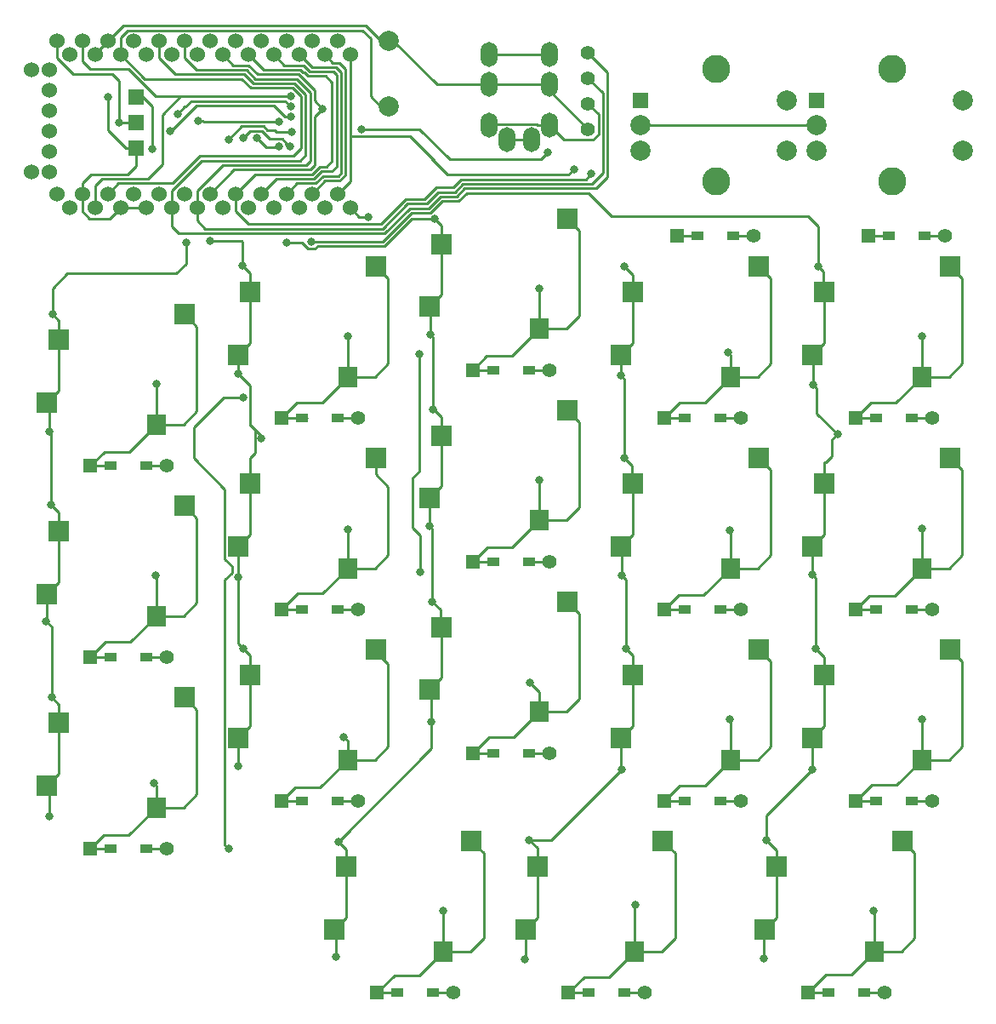
<source format=gbr>
G04 #@! TF.GenerationSoftware,KiCad,Pcbnew,(5.1.6-0-10_14)*
G04 #@! TF.CreationDate,2022-08-07T23:17:33+09:00*
G04 #@! TF.ProjectId,cool536,636f6f6c-3533-4362-9e6b-696361645f70,rev?*
G04 #@! TF.SameCoordinates,Original*
G04 #@! TF.FileFunction,Copper,L2,Bot*
G04 #@! TF.FilePolarity,Positive*
%FSLAX46Y46*%
G04 Gerber Fmt 4.6, Leading zero omitted, Abs format (unit mm)*
G04 Created by KiCad (PCBNEW (5.1.6-0-10_14)) date 2022-08-07 23:17:33*
%MOMM*%
%LPD*%
G01*
G04 APERTURE LIST*
G04 #@! TA.AperFunction,WasherPad*
%ADD10C,1.524000*%
G04 #@! TD*
G04 #@! TA.AperFunction,SMDPad,CuDef*
%ADD11R,2.000000X2.000000*%
G04 #@! TD*
G04 #@! TA.AperFunction,SMDPad,CuDef*
%ADD12R,1.900000X2.000000*%
G04 #@! TD*
G04 #@! TA.AperFunction,ComponentPad*
%ADD13C,2.000000*%
G04 #@! TD*
G04 #@! TA.AperFunction,SMDPad,CuDef*
%ADD14R,1.300000X0.950000*%
G04 #@! TD*
G04 #@! TA.AperFunction,ComponentPad*
%ADD15C,1.397000*%
G04 #@! TD*
G04 #@! TA.AperFunction,ComponentPad*
%ADD16R,1.397000X1.397000*%
G04 #@! TD*
G04 #@! TA.AperFunction,ComponentPad*
%ADD17O,1.700000X2.500000*%
G04 #@! TD*
G04 #@! TA.AperFunction,ComponentPad*
%ADD18R,1.500000X1.500000*%
G04 #@! TD*
G04 #@! TA.AperFunction,ComponentPad*
%ADD19C,2.800000*%
G04 #@! TD*
G04 #@! TA.AperFunction,SMDPad,CuDef*
%ADD20R,1.524000X1.524000*%
G04 #@! TD*
G04 #@! TA.AperFunction,ComponentPad*
%ADD21C,1.524000*%
G04 #@! TD*
G04 #@! TA.AperFunction,ViaPad*
%ADD22C,0.800000*%
G04 #@! TD*
G04 #@! TA.AperFunction,Conductor*
%ADD23C,0.250000*%
G04 #@! TD*
G04 APERTURE END LIST*
D10*
X39906800Y-38910000D03*
X39906800Y-49070000D03*
X41710000Y-38910000D03*
X41710000Y-40942000D03*
X41710000Y-42974000D03*
X41710000Y-45006000D03*
X41710000Y-47038000D03*
X41710000Y-49070000D03*
D11*
X93250000Y-91790000D03*
X80750000Y-94330000D03*
D12*
X90450000Y-102770000D03*
D11*
X79550000Y-100570000D03*
X41450000Y-91045000D03*
D12*
X52350000Y-93245000D03*
D11*
X42650000Y-84805000D03*
X55150000Y-82265000D03*
X74200000Y-77502500D03*
X61700000Y-80042500D03*
D12*
X71400000Y-88482500D03*
D11*
X60500000Y-86282500D03*
D13*
X75460000Y-36040000D03*
X75460000Y-42540000D03*
D14*
X70375000Y-73532499D03*
D15*
X72410000Y-73532499D03*
D16*
X64790000Y-73532499D03*
D14*
X66825000Y-73532499D03*
D17*
X87250000Y-45870000D03*
X91450000Y-44370000D03*
X91450000Y-40370000D03*
X91450000Y-37370000D03*
X85500000Y-40370000D03*
X85500000Y-37370000D03*
X89700000Y-45870000D03*
X85500000Y-44370000D03*
D11*
X112300000Y-77502500D03*
X99800000Y-80042500D03*
D12*
X109500000Y-88482500D03*
D11*
X98600000Y-86282500D03*
X89075000Y-124382500D03*
D12*
X99975000Y-126582500D03*
D11*
X90275000Y-118142500D03*
X102775000Y-115602500D03*
X70025000Y-124382500D03*
D12*
X80925000Y-126582500D03*
D11*
X71225000Y-118142500D03*
X83725000Y-115602500D03*
X131350000Y-96552500D03*
X118850000Y-99092500D03*
D12*
X128550000Y-107532500D03*
D11*
X117650000Y-105332500D03*
X131350000Y-58452499D03*
X118850000Y-60992499D03*
D12*
X128550000Y-69432499D03*
D11*
X117650000Y-67232499D03*
X60500000Y-105332500D03*
D12*
X71400000Y-107532500D03*
D11*
X61700000Y-99092500D03*
X74200000Y-96552500D03*
X112300000Y-96552500D03*
X99800000Y-99092500D03*
D12*
X109500000Y-107532500D03*
D11*
X98600000Y-105332500D03*
X131350000Y-77502500D03*
X118850000Y-80042500D03*
D12*
X128550000Y-88482500D03*
D11*
X117650000Y-86282500D03*
X55150000Y-101315000D03*
X42650000Y-103855000D03*
D12*
X52350000Y-112295000D03*
D11*
X41450000Y-110095000D03*
X93250000Y-72740000D03*
X80750000Y-75280000D03*
D12*
X90450000Y-83720000D03*
D11*
X79550000Y-81520000D03*
D14*
X108475000Y-92582500D03*
D15*
X110510000Y-92582500D03*
D16*
X102890000Y-92582500D03*
D14*
X104925000Y-92582500D03*
X127525000Y-92582500D03*
D15*
X129560000Y-92582500D03*
D16*
X121940000Y-92582500D03*
D14*
X123975000Y-92582500D03*
X98950000Y-130682500D03*
D15*
X100985000Y-130682500D03*
D16*
X93365000Y-130682500D03*
D14*
X95400000Y-130682500D03*
X122763000Y-130682500D03*
D15*
X124798000Y-130682500D03*
D16*
X117178000Y-130682500D03*
D14*
X119213000Y-130682500D03*
D15*
X111830000Y-55420000D03*
D16*
X104210000Y-55420000D03*
D14*
X106245000Y-55420000D03*
X109795000Y-55420000D03*
D15*
X130870000Y-55400000D03*
D16*
X123250000Y-55400000D03*
D14*
X125285000Y-55400000D03*
X128835000Y-55400000D03*
D18*
X118090000Y-41910000D03*
D13*
X118090000Y-44410000D03*
X118090000Y-46910000D03*
D19*
X125590000Y-38810000D03*
X125590000Y-50010000D03*
D13*
X132590000Y-41910000D03*
X132590000Y-46910000D03*
D18*
X100560000Y-41910000D03*
D13*
X100560000Y-44410000D03*
X100560000Y-46910000D03*
D19*
X108060000Y-38810000D03*
X108060000Y-50010000D03*
D13*
X115060000Y-41910000D03*
X115060000Y-46910000D03*
D14*
X51325000Y-116395000D03*
D15*
X53360000Y-116395000D03*
D16*
X45740000Y-116395000D03*
D14*
X47775000Y-116395000D03*
D20*
X50300000Y-46680000D03*
X50300000Y-44140000D03*
X50300000Y-41600000D03*
D14*
X89425000Y-68770000D03*
D15*
X91460000Y-68770000D03*
D16*
X83840000Y-68770000D03*
D14*
X85875000Y-68770000D03*
X108475000Y-73532499D03*
D15*
X110510000Y-73532499D03*
D16*
X102890000Y-73532499D03*
D14*
X104925000Y-73532499D03*
X51325000Y-97345000D03*
D15*
X53360000Y-97345000D03*
D16*
X45740000Y-97345000D03*
D14*
X47775000Y-97345000D03*
X127525000Y-73532499D03*
D15*
X129560000Y-73532499D03*
D16*
X121940000Y-73532499D03*
D14*
X123975000Y-73532499D03*
X89425000Y-87820000D03*
D15*
X91460000Y-87820000D03*
D16*
X83840000Y-87820000D03*
D14*
X85875000Y-87820000D03*
X70375000Y-92582500D03*
D15*
X72410000Y-92582500D03*
D16*
X64790000Y-92582500D03*
D14*
X66825000Y-92582500D03*
X70375000Y-111632500D03*
D15*
X72410000Y-111632500D03*
D16*
X64790000Y-111632500D03*
D14*
X66825000Y-111632500D03*
X89425000Y-106870000D03*
D15*
X91460000Y-106870000D03*
D16*
X83840000Y-106870000D03*
D14*
X85875000Y-106870000D03*
X108475000Y-111632500D03*
D15*
X110510000Y-111632500D03*
D16*
X102890000Y-111632500D03*
D14*
X104925000Y-111632500D03*
X127525000Y-111632500D03*
D15*
X129560000Y-111632500D03*
D16*
X121940000Y-111632500D03*
D14*
X123975000Y-111632500D03*
X79900000Y-130682500D03*
D15*
X81935000Y-130682500D03*
D16*
X74315000Y-130682500D03*
D14*
X76350000Y-130682500D03*
D15*
X95330000Y-44820000D03*
X95330000Y-42280000D03*
X95330000Y-39740000D03*
X95330000Y-37200000D03*
D21*
X43692000Y-37360000D03*
X46232000Y-37360000D03*
X48772000Y-37360000D03*
X51312000Y-37360000D03*
X53852000Y-37360000D03*
X56392000Y-37360000D03*
X58932000Y-37360000D03*
X61472000Y-37360000D03*
X64012000Y-37360000D03*
X66552000Y-37360000D03*
X69092000Y-37360000D03*
X71632000Y-37360000D03*
X71632000Y-52600000D03*
X69092000Y-52600000D03*
X66552000Y-52600000D03*
X64012000Y-52600000D03*
X61472000Y-52600000D03*
X58932000Y-52600000D03*
X56392000Y-52600000D03*
X53852000Y-52600000D03*
X51312000Y-52600000D03*
X48772000Y-52600000D03*
X46232000Y-52600000D03*
X43692000Y-52600000D03*
X42422000Y-36053600D03*
X44962000Y-36053600D03*
X47502000Y-36053600D03*
X50042000Y-36053600D03*
X52582000Y-36053600D03*
X55122000Y-36053600D03*
X57662000Y-36053600D03*
X60202000Y-36053600D03*
X62742000Y-36053600D03*
X65282000Y-36053600D03*
X67822000Y-36053600D03*
X70362000Y-36053600D03*
X70362000Y-51273600D03*
X67822000Y-51273600D03*
X65282000Y-51273600D03*
X62742000Y-51273600D03*
X60202000Y-51273600D03*
X57662000Y-51273600D03*
X55122000Y-51273600D03*
X52582000Y-51273600D03*
X50042000Y-51273600D03*
X47502000Y-51273600D03*
X44962000Y-51273600D03*
X42422000Y-51273600D03*
D14*
X51325000Y-78295000D03*
D15*
X53360000Y-78295000D03*
D16*
X45740000Y-78295000D03*
D14*
X47775000Y-78295000D03*
D11*
X126588000Y-115602500D03*
X114088000Y-118142500D03*
D12*
X123788000Y-126582500D03*
D11*
X112888000Y-124382500D03*
X60500000Y-67232499D03*
D12*
X71400000Y-69432499D03*
D11*
X61700000Y-60992499D03*
X74200000Y-58452499D03*
X79550000Y-62470000D03*
D12*
X90450000Y-64670000D03*
D11*
X80750000Y-56230000D03*
X93250000Y-53690000D03*
X98600000Y-67232499D03*
D12*
X109500000Y-69432499D03*
D11*
X99800000Y-60992499D03*
X112300000Y-58452499D03*
X41450000Y-71995000D03*
D12*
X52350000Y-74195000D03*
D11*
X42650000Y-65755000D03*
X55150000Y-63215000D03*
D22*
X52350001Y-70169999D03*
X71387498Y-65407498D03*
X90475001Y-60644999D03*
X109240000Y-67020000D03*
X128577498Y-65407498D03*
X52309999Y-89219999D03*
X71400000Y-84650000D03*
X90474999Y-79694999D03*
X109425000Y-84695000D03*
X128550000Y-84490000D03*
X52101999Y-109841999D03*
X70995749Y-105235749D03*
X89515000Y-99815000D03*
X109467499Y-103507499D03*
X128527499Y-103507499D03*
X80917499Y-122557499D03*
X99987501Y-121957501D03*
X123767499Y-122557499D03*
X73450000Y-53534990D03*
X78643501Y-88843501D03*
X78500000Y-67200000D03*
X60970000Y-71460000D03*
X59525000Y-116395000D03*
X95667158Y-49202842D03*
X53700000Y-44970000D03*
X65700102Y-43535359D03*
X51940000Y-46730000D03*
X47520000Y-41600000D03*
X65745552Y-41536497D03*
X48600000Y-44170000D03*
X64520000Y-44020000D03*
X72770000Y-44780000D03*
X91280000Y-47094980D03*
X56490000Y-43990000D03*
X65835858Y-45054142D03*
X59590000Y-45800000D03*
X54470000Y-43266990D03*
X41940000Y-101330000D03*
X41700000Y-74880000D03*
X55300000Y-56060000D03*
X41390000Y-93730000D03*
X41900000Y-82150000D03*
X65697833Y-42535360D03*
X42000000Y-63210000D03*
X41730000Y-113190000D03*
X65630000Y-46540000D03*
X60990000Y-45695000D03*
X64520000Y-46500000D03*
X62380000Y-45695000D03*
X68910000Y-42780000D03*
X60510000Y-89360000D03*
X60980000Y-96430000D03*
X60950000Y-58380000D03*
X60510000Y-108180000D03*
X57710000Y-55885010D03*
X60490000Y-69080000D03*
X62780000Y-75530000D03*
X70220000Y-127080000D03*
X79550000Y-84250000D03*
X79810000Y-91790000D03*
X79700000Y-103740000D03*
X65280000Y-56100000D03*
X80070000Y-53740000D03*
X70450000Y-115660000D03*
X79610000Y-65240000D03*
X79910000Y-72670000D03*
X117750000Y-70210000D03*
X67790000Y-55960000D03*
X117620000Y-89120000D03*
X113070000Y-115480000D03*
X112830000Y-127280000D03*
X117670000Y-108450000D03*
X118262499Y-58452499D03*
X117960000Y-96450000D03*
X120140000Y-75100000D03*
X93905000Y-48815000D03*
X89470000Y-115510000D03*
X99100000Y-96470000D03*
X98710000Y-89200000D03*
X98952500Y-77502500D03*
X98640000Y-108520000D03*
X98900000Y-58420000D03*
X98590000Y-69330000D03*
X89050000Y-127360000D03*
D23*
X55051002Y-74195000D02*
X56375001Y-72871001D01*
X52350000Y-74195000D02*
X55051002Y-74195000D01*
X56375001Y-72871001D02*
X56375001Y-64440001D01*
X52350000Y-74195000D02*
X49665000Y-76880000D01*
X47155000Y-76880000D02*
X45740000Y-78295000D01*
X49665000Y-76880000D02*
X47155000Y-76880000D01*
X45740000Y-78295000D02*
X47775000Y-78295000D01*
X52350001Y-72944999D02*
X52350001Y-70169999D01*
X52350000Y-74195000D02*
X52350001Y-72944999D01*
X56375001Y-64440001D02*
X55150000Y-63215000D01*
X71400000Y-69432499D02*
X68862499Y-71970000D01*
X68862499Y-71970000D02*
X66352499Y-71970000D01*
X66352499Y-71970000D02*
X64790000Y-73532499D01*
X64790000Y-73532499D02*
X67337501Y-73532499D01*
X74200000Y-58452499D02*
X75425001Y-59677500D01*
X75425001Y-59677500D02*
X75425001Y-68108500D01*
X74101002Y-69432499D02*
X71400000Y-69432499D01*
X75425001Y-68108500D02*
X74101002Y-69432499D01*
X71400000Y-69432499D02*
X71400000Y-65420000D01*
X71400000Y-65420000D02*
X71387498Y-65407498D01*
X94475001Y-63346001D02*
X93151002Y-64670000D01*
X94475001Y-54915001D02*
X94475001Y-63346001D01*
X93250000Y-53690000D02*
X94475001Y-54915001D01*
X93151002Y-64670000D02*
X90450000Y-64670000D01*
X90450000Y-60670000D02*
X90475001Y-60644999D01*
X90450000Y-64670000D02*
X90450000Y-60670000D01*
X87760000Y-67360000D02*
X85250000Y-67360000D01*
X85250000Y-67360000D02*
X83840000Y-68770000D01*
X90450000Y-64670000D02*
X87760000Y-67360000D01*
X83840000Y-68770000D02*
X85875000Y-68770000D01*
X104432499Y-71990000D02*
X102890000Y-73532499D01*
X102890000Y-73532499D02*
X104925000Y-73532499D01*
X106942499Y-71990000D02*
X104432499Y-71990000D01*
X109500000Y-69432499D02*
X106942499Y-71990000D01*
X113525001Y-59677500D02*
X113525001Y-68108500D01*
X112300000Y-58452499D02*
X113525001Y-59677500D01*
X113525001Y-68108500D02*
X112201002Y-69432499D01*
X112201002Y-69432499D02*
X109500000Y-69432499D01*
X109500000Y-67280000D02*
X109240000Y-67020000D01*
X109500000Y-69432499D02*
X109500000Y-67280000D01*
X128550000Y-65434996D02*
X128577498Y-65407498D01*
X128550000Y-69432499D02*
X128550000Y-65434996D01*
X131350000Y-58452499D02*
X132575001Y-59677500D01*
X131251002Y-69432499D02*
X128550000Y-69432499D01*
X132575001Y-59677500D02*
X132575001Y-68108500D01*
X121940000Y-73532499D02*
X123975000Y-73532499D01*
X132575001Y-68108500D02*
X131251002Y-69432499D01*
X123462499Y-72010000D02*
X121940000Y-73532499D01*
X128550000Y-69432499D02*
X125972499Y-72010000D01*
X125972499Y-72010000D02*
X123462499Y-72010000D01*
X55051002Y-93245000D02*
X52350000Y-93245000D01*
X56375001Y-91921001D02*
X55051002Y-93245000D01*
X52350000Y-89260000D02*
X52309999Y-89219999D01*
X45740000Y-97345000D02*
X47775000Y-97345000D01*
X47265000Y-95820000D02*
X45740000Y-97345000D01*
X49775000Y-95820000D02*
X47265000Y-95820000D01*
X52350000Y-93245000D02*
X49775000Y-95820000D01*
X56375001Y-83490001D02*
X56375001Y-91921001D01*
X55150000Y-82265000D02*
X56375001Y-83490001D01*
X52350000Y-93245000D02*
X52350000Y-89260000D01*
X64790000Y-92582500D02*
X66825000Y-92582500D01*
X71400000Y-88482500D02*
X71400000Y-84650000D01*
X68902500Y-90980000D02*
X66392500Y-90980000D01*
X66392500Y-90980000D02*
X64790000Y-92582500D01*
X74200000Y-77502500D02*
X74200000Y-79131498D01*
X74101002Y-88482500D02*
X71400000Y-88482500D01*
X74200000Y-79131498D02*
X75425001Y-80356499D01*
X75425001Y-80356499D02*
X75425001Y-87158501D01*
X75425001Y-87158501D02*
X74101002Y-88482500D01*
X71400000Y-88482500D02*
X68902500Y-90980000D01*
X83840000Y-87820000D02*
X85875000Y-87820000D01*
X85270000Y-86390000D02*
X83840000Y-87820000D01*
X87780000Y-86390000D02*
X85270000Y-86390000D01*
X93250000Y-72740000D02*
X94425001Y-73915001D01*
X94425001Y-73915001D02*
X94425001Y-78704999D01*
X94475001Y-78754999D02*
X94475001Y-82396001D01*
X94425001Y-78704999D02*
X94475001Y-78754999D01*
X94475001Y-82396001D02*
X93151002Y-83720000D01*
X93151002Y-83720000D02*
X90450000Y-83720000D01*
X90450000Y-83720000D02*
X87780000Y-86390000D01*
X90450000Y-83720000D02*
X90450000Y-79719998D01*
X90450000Y-79719998D02*
X90474999Y-79694999D01*
X109500000Y-84770000D02*
X109425000Y-84695000D01*
X106842500Y-91140000D02*
X104332500Y-91140000D01*
X104332500Y-91140000D02*
X102890000Y-92582500D01*
X113525001Y-87158501D02*
X112201002Y-88482500D01*
X112300000Y-77502500D02*
X113525001Y-78727501D01*
X113525001Y-78727501D02*
X113525001Y-87158501D01*
X112201002Y-88482500D02*
X109500000Y-88482500D01*
X102890000Y-92582500D02*
X104925000Y-92582500D01*
X109500000Y-88482500D02*
X106842500Y-91140000D01*
X109500000Y-88482500D02*
X109500000Y-84770000D01*
X128550000Y-88482500D02*
X125842500Y-91190000D01*
X121940000Y-92582500D02*
X123975000Y-92582500D01*
X125842500Y-91190000D02*
X123332500Y-91190000D01*
X123332500Y-91190000D02*
X121940000Y-92582500D01*
X132575001Y-87158501D02*
X131251002Y-88482500D01*
X132575001Y-78727501D02*
X132575001Y-87158501D01*
X131350000Y-77502500D02*
X132575001Y-78727501D01*
X131251002Y-88482500D02*
X128550000Y-88482500D01*
X128550000Y-88482500D02*
X128550000Y-84490000D01*
X49595000Y-115050000D02*
X47085000Y-115050000D01*
X47085000Y-115050000D02*
X45740000Y-116395000D01*
X52350000Y-110090000D02*
X52101999Y-109841999D01*
X52350000Y-112295000D02*
X52350000Y-110090000D01*
X45740000Y-116395000D02*
X47775000Y-116395000D01*
X52350000Y-112295000D02*
X49595000Y-115050000D01*
X55150000Y-101315000D02*
X56375001Y-102540001D01*
X56375001Y-102540001D02*
X56375001Y-110971001D01*
X56375001Y-110971001D02*
X55051002Y-112295000D01*
X55051002Y-112295000D02*
X52350000Y-112295000D01*
X66132500Y-110290000D02*
X64790000Y-111632500D01*
X68642500Y-110290000D02*
X66132500Y-110290000D01*
X71400000Y-107532500D02*
X68642500Y-110290000D01*
X74101002Y-107532500D02*
X71400000Y-107532500D01*
X74200000Y-96790000D02*
X75425001Y-98015001D01*
X75425001Y-98015001D02*
X75425001Y-106208501D01*
X75425001Y-106208501D02*
X74101002Y-107532500D01*
X74200000Y-96552500D02*
X74200000Y-96790000D01*
X64790000Y-111632500D02*
X66825000Y-111632500D01*
X71400000Y-107532500D02*
X71400000Y-105640000D01*
X71400000Y-105640000D02*
X70995749Y-105235749D01*
X90450000Y-100750000D02*
X89515000Y-99815000D01*
X90450000Y-102770000D02*
X90450000Y-100750000D01*
X83840000Y-106870000D02*
X85875000Y-106870000D01*
X87960000Y-105260000D02*
X85450000Y-105260000D01*
X94475001Y-101446001D02*
X93151002Y-102770000D01*
X93151002Y-102770000D02*
X90450000Y-102770000D01*
X93250000Y-91790000D02*
X94475001Y-93015001D01*
X94475001Y-93015001D02*
X94475001Y-101446001D01*
X85450000Y-105260000D02*
X83840000Y-106870000D01*
X90450000Y-102770000D02*
X87960000Y-105260000D01*
X109500000Y-107532500D02*
X109500000Y-103540000D01*
X109500000Y-103540000D02*
X109467499Y-103507499D01*
X102890000Y-111632500D02*
X104925000Y-111632500D01*
X109500000Y-107532500D02*
X106972500Y-110060000D01*
X112201002Y-107532500D02*
X109500000Y-107532500D01*
X112300000Y-96552500D02*
X113525001Y-97777501D01*
X113525001Y-106208501D02*
X112201002Y-107532500D01*
X113525001Y-97777501D02*
X113525001Y-106208501D01*
X104462500Y-110060000D02*
X102890000Y-111632500D01*
X106972500Y-110060000D02*
X104462500Y-110060000D01*
X128550000Y-107532500D02*
X128550000Y-103530000D01*
X128550000Y-103530000D02*
X128527499Y-103507499D01*
X128550000Y-107532500D02*
X126042500Y-110040000D01*
X121940000Y-111632500D02*
X123975000Y-111632500D01*
X123532500Y-110040000D02*
X121940000Y-111632500D01*
X132575001Y-97777501D02*
X132575001Y-106208501D01*
X132575001Y-106208501D02*
X131251002Y-107532500D01*
X126042500Y-110040000D02*
X123532500Y-110040000D01*
X131350000Y-96552500D02*
X132575001Y-97777501D01*
X131251002Y-107532500D02*
X128550000Y-107532500D01*
X80925000Y-126582500D02*
X80925000Y-122565000D01*
X80925000Y-122565000D02*
X80917499Y-122557499D01*
X76037500Y-128960000D02*
X74315000Y-130682500D01*
X80925000Y-126582500D02*
X78547500Y-128960000D01*
X78547500Y-128960000D02*
X76037500Y-128960000D01*
X83725000Y-115602500D02*
X84950001Y-116827501D01*
X83626002Y-126582500D02*
X80925000Y-126582500D01*
X84950001Y-125258501D02*
X83626002Y-126582500D01*
X84950001Y-116827501D02*
X84950001Y-125258501D01*
X74315000Y-130682500D02*
X76350000Y-130682500D01*
X93365000Y-130682500D02*
X95400000Y-130682500D01*
X99975000Y-121970002D02*
X99987501Y-121957501D01*
X99975000Y-126582500D02*
X99975000Y-121970002D01*
X94907500Y-129140000D02*
X93365000Y-130682500D01*
X99975000Y-126582500D02*
X97417500Y-129140000D01*
X97417500Y-129140000D02*
X94907500Y-129140000D01*
X102676002Y-126582500D02*
X99975000Y-126582500D01*
X104000001Y-116827501D02*
X104000001Y-125258501D01*
X104000001Y-125258501D02*
X102676002Y-126582500D01*
X102775000Y-115602500D02*
X104000001Y-116827501D01*
X127813001Y-116827501D02*
X127813001Y-125258501D01*
X127813001Y-125258501D02*
X126489002Y-126582500D01*
X126588000Y-115602500D02*
X127813001Y-116827501D01*
X126489002Y-126582500D02*
X123788000Y-126582500D01*
X123788000Y-122578000D02*
X123767499Y-122557499D01*
X123788000Y-126582500D02*
X123788000Y-122578000D01*
X121510500Y-128860000D02*
X119000500Y-128860000D01*
X119000500Y-128860000D02*
X117178000Y-130682500D01*
X117178000Y-130682500D02*
X119213000Y-130682500D01*
X123788000Y-126582500D02*
X121510500Y-128860000D01*
X106245000Y-55420000D02*
X104210000Y-55420000D01*
X125285000Y-55400000D02*
X123250000Y-55400000D01*
X75460000Y-42540000D02*
X74670000Y-42540000D01*
X48772000Y-35714838D02*
X48772000Y-37360000D01*
X49520239Y-34966599D02*
X48772000Y-35714838D01*
X60847031Y-39797031D02*
X51209030Y-39797030D01*
X66761920Y-41527560D02*
X65931409Y-40697049D01*
X53963829Y-50186599D02*
X56663889Y-47486539D01*
X47502000Y-51273600D02*
X48589001Y-50186599D01*
X48589001Y-50186599D02*
X53963829Y-50186599D01*
X66761920Y-46718080D02*
X66761920Y-41527560D01*
X56663889Y-47486539D02*
X65993461Y-47486539D01*
X61747049Y-40697049D02*
X60847031Y-39797031D01*
X65931409Y-40697049D02*
X61747049Y-40697049D01*
X51209030Y-39797030D02*
X48772000Y-37360000D01*
X65993461Y-47486539D02*
X66761920Y-46718080D01*
X72836599Y-34966599D02*
X49520239Y-34966599D01*
X73660000Y-41530000D02*
X73660000Y-35790000D01*
X73660000Y-35790000D02*
X72836599Y-34966599D01*
X74670000Y-42540000D02*
X73660000Y-41530000D01*
X51325000Y-78295000D02*
X53360000Y-78295000D01*
X71632000Y-52600000D02*
X72542000Y-53510000D01*
X70375000Y-73532499D02*
X72410000Y-73532499D01*
X127525000Y-73532499D02*
X129560000Y-73532499D01*
X108475000Y-73532499D02*
X110510000Y-73532499D01*
X89425000Y-68770000D02*
X91460000Y-68770000D01*
X73425010Y-53510000D02*
X73450000Y-53534990D01*
X72542000Y-53510000D02*
X73425010Y-53510000D01*
X108475000Y-92582500D02*
X110510000Y-92582500D01*
X89425000Y-87820000D02*
X91460000Y-87820000D01*
X78500000Y-67200000D02*
X78500000Y-78850000D01*
X77860000Y-84450000D02*
X78643501Y-85233501D01*
X78643501Y-85233501D02*
X78643501Y-88843501D01*
X127525000Y-92582500D02*
X129560000Y-92582500D01*
X70375000Y-92582500D02*
X72410000Y-92582500D01*
X78500000Y-78850000D02*
X77860000Y-79490000D01*
X77860000Y-79490000D02*
X77860000Y-84450000D01*
X51325000Y-97345000D02*
X53360000Y-97345000D01*
X70281970Y-48558030D02*
X70281970Y-39371970D01*
X68047001Y-49736589D02*
X68773600Y-49009990D01*
X70281970Y-39371970D02*
X69990009Y-39080009D01*
X68773600Y-49009990D02*
X69830010Y-49009990D01*
X69990009Y-39080009D02*
X67635598Y-39080008D01*
X67635598Y-39080008D02*
X67002591Y-38447001D01*
X64279011Y-49736589D02*
X68047001Y-49736589D01*
X67002591Y-38447001D02*
X65099001Y-38447001D01*
X62742000Y-51273600D02*
X64279011Y-49736589D01*
X65099001Y-38447001D02*
X64012000Y-37360000D01*
X69830010Y-49009990D02*
X70281970Y-48558030D01*
X108475000Y-111632500D02*
X110510000Y-111632500D01*
X89425000Y-106870000D02*
X91460000Y-106870000D01*
X51325000Y-116395000D02*
X53360000Y-116395000D01*
X127525000Y-111632500D02*
X129560000Y-111632500D01*
X70375000Y-111632500D02*
X72410000Y-111632500D01*
X56050000Y-74490000D02*
X59080000Y-71460000D01*
X56050000Y-77510000D02*
X56050000Y-74490000D01*
X59080000Y-71460000D02*
X60970000Y-71460000D01*
X59174999Y-80634999D02*
X56050000Y-77510000D01*
X59174999Y-87542501D02*
X59174999Y-80634999D01*
X59525000Y-116395000D02*
X59174999Y-116044999D01*
X59174999Y-116044999D02*
X59174999Y-89621999D01*
X59860000Y-88227502D02*
X59174999Y-87542501D01*
X59860000Y-88936998D02*
X59860000Y-88227502D01*
X59174999Y-89621999D02*
X59860000Y-88936998D01*
X60202000Y-52938762D02*
X61523228Y-54259990D01*
X61523228Y-54259990D02*
X74693600Y-54259990D01*
X74693600Y-54259990D02*
X77192210Y-51761380D01*
X77192210Y-51761380D02*
X79066388Y-51761380D01*
X60202000Y-51273600D02*
X60202000Y-52938762D01*
X79066388Y-51761380D02*
X80237768Y-50590000D01*
X80237768Y-50590000D02*
X81873590Y-50590000D01*
X81873590Y-50590000D02*
X82672210Y-49791380D01*
X82672210Y-49791380D02*
X95078620Y-49791380D01*
X95078620Y-49791380D02*
X95667158Y-49202842D01*
X98950000Y-130682500D02*
X100985000Y-130682500D01*
X68587200Y-48559980D02*
X69260020Y-48559980D01*
X63009011Y-38897011D02*
X61472000Y-37360000D01*
X66677011Y-38897011D02*
X63009011Y-38897011D01*
X69831960Y-40181960D02*
X69180018Y-39530018D01*
X67860601Y-49286579D02*
X68587200Y-48559980D01*
X67449197Y-39530017D02*
X67069180Y-39150000D01*
X69180018Y-39530018D02*
X67449197Y-39530017D01*
X69831960Y-47988040D02*
X69831960Y-40181960D01*
X67069180Y-39150000D02*
X66930000Y-39150000D01*
X69260020Y-48559980D02*
X69831960Y-47988040D01*
X66930000Y-39150000D02*
X66677011Y-38897011D01*
X62189021Y-49286579D02*
X67860601Y-49286579D01*
X60202000Y-51273600D02*
X62189021Y-49286579D01*
X79900000Y-130682500D02*
X81935000Y-130682500D01*
X122763000Y-130682500D02*
X124798000Y-130682500D01*
X130870000Y-55400000D02*
X128835000Y-55400000D01*
X111830000Y-55420000D02*
X109795000Y-55420000D01*
X87250000Y-45870000D02*
X89700000Y-45870000D01*
X91450000Y-44370000D02*
X90261715Y-44370000D01*
X90261715Y-44370000D02*
X90186705Y-44294990D01*
X90186705Y-44294990D02*
X85575010Y-44294990D01*
X85575010Y-44294990D02*
X85500000Y-44370000D01*
X95821281Y-45843501D02*
X92923501Y-45843501D01*
X92923501Y-45843501D02*
X91450000Y-44370000D01*
X96353501Y-43303501D02*
X96353501Y-45311281D01*
X95330000Y-42280000D02*
X96353501Y-43303501D01*
X96353501Y-45311281D02*
X95821281Y-45843501D01*
X65134417Y-43535359D02*
X65700102Y-43535359D01*
X56373475Y-42436517D02*
X64035575Y-42436517D01*
X64035575Y-42436517D02*
X65134417Y-43535359D01*
X53839992Y-44970000D02*
X56373475Y-42436517D01*
X53700000Y-44970000D02*
X53839992Y-44970000D01*
X50300000Y-41600000D02*
X50970000Y-41600000D01*
X51940000Y-42570000D02*
X51940000Y-46730000D01*
X50970000Y-41600000D02*
X51940000Y-42570000D01*
X91450000Y-40370000D02*
X91450000Y-40940000D01*
X91450000Y-40940000D02*
X95330000Y-44820000D01*
X85500000Y-40370000D02*
X91450000Y-40370000D01*
X80270000Y-40370000D02*
X75940000Y-36040000D01*
X75940000Y-36040000D02*
X75460000Y-36040000D01*
X85500000Y-40370000D02*
X80270000Y-40370000D01*
X73206590Y-34516590D02*
X74730000Y-36040000D01*
X74730000Y-36040000D02*
X75460000Y-36040000D01*
X49039010Y-34516590D02*
X73016590Y-34516590D01*
X73016590Y-34516590D02*
X73206590Y-34516590D01*
X118090000Y-44410000D02*
X100560000Y-44410000D01*
X48772000Y-52600000D02*
X51312000Y-52600000D01*
X46232000Y-37323600D02*
X47502000Y-36053600D01*
X46232000Y-37360000D02*
X46232000Y-37323600D01*
X47502000Y-36053600D02*
X49039010Y-34516590D01*
X45710239Y-53687001D02*
X47684999Y-53687001D01*
X47684999Y-53687001D02*
X48772000Y-52600000D01*
X44962000Y-51273600D02*
X44962000Y-52938762D01*
X44962000Y-52938762D02*
X45710239Y-53687001D01*
X50300000Y-46680000D02*
X50300000Y-48466579D01*
X44962000Y-50195970D02*
X44962000Y-51273600D01*
X45871391Y-49286579D02*
X44962000Y-50195970D01*
X49480000Y-49286579D02*
X45871391Y-49286579D01*
X50300000Y-48466579D02*
X49480000Y-49286579D01*
X47520000Y-44912000D02*
X47520000Y-41600000D01*
X49288000Y-46680000D02*
X47520000Y-44912000D01*
X50300000Y-46680000D02*
X49288000Y-46680000D01*
X85500000Y-37370000D02*
X91450000Y-37370000D01*
X44962000Y-38032000D02*
X44962000Y-36053600D01*
X46232000Y-52600000D02*
X46232000Y-50438000D01*
X46232000Y-50438000D02*
X46933411Y-49736589D01*
X46933411Y-49736589D02*
X51473411Y-49736589D01*
X51473411Y-49736589D02*
X52930000Y-48280000D01*
X52930000Y-43360000D02*
X54753503Y-41536497D01*
X52930000Y-48280000D02*
X52930000Y-43360000D01*
X45720000Y-38790000D02*
X44962000Y-38032000D01*
X65745552Y-41536497D02*
X55663503Y-41536497D01*
X55663503Y-41536497D02*
X54753503Y-41536497D01*
X49565590Y-38790000D02*
X52312087Y-41536497D01*
X52312087Y-41536497D02*
X55663503Y-41536497D01*
X45720000Y-38790000D02*
X49565590Y-38790000D01*
X50270000Y-44170000D02*
X50300000Y-44140000D01*
X48600000Y-44170000D02*
X50270000Y-44170000D01*
X42422000Y-37698762D02*
X44073238Y-39350000D01*
X42422000Y-36053600D02*
X42422000Y-37698762D01*
X44073238Y-39350000D02*
X47930000Y-39350000D01*
X48600000Y-40020000D02*
X48600000Y-44170000D01*
X47930000Y-39350000D02*
X48600000Y-40020000D01*
X95708610Y-50241390D02*
X96803511Y-49146489D01*
X96803511Y-49146489D02*
X96803511Y-41213511D01*
X79252788Y-52211390D02*
X80414198Y-51049980D01*
X96803511Y-41213511D02*
X95330000Y-39740000D01*
X55122000Y-37698762D02*
X55921619Y-38498381D01*
X67661940Y-47958060D02*
X67233441Y-48386559D01*
X67233441Y-48386559D02*
X58940279Y-48386559D01*
X61310601Y-38897011D02*
X62210620Y-39797030D01*
X67661940Y-41154760D02*
X67661940Y-47958060D01*
X56320249Y-38897011D02*
X61310601Y-38897011D01*
X55122000Y-36053600D02*
X55122000Y-37698762D01*
X58940279Y-48386559D02*
X56392000Y-50934838D01*
X66304211Y-39797031D02*
X67661940Y-41154760D01*
X62210620Y-39797030D02*
X66304211Y-39797031D01*
X55921619Y-38498381D02*
X56320249Y-38897011D01*
X56392000Y-50934838D02*
X56392000Y-52600000D01*
X55921619Y-38498381D02*
X55304999Y-37881761D01*
X56392000Y-52600000D02*
X56392000Y-53902000D01*
X56392000Y-53902000D02*
X57200000Y-54710000D01*
X57200000Y-54710000D02*
X74880000Y-54710000D01*
X74880000Y-54710000D02*
X77378610Y-52211390D01*
X80414198Y-51049980D02*
X82050020Y-51049980D01*
X82858610Y-50241390D02*
X95708610Y-50241390D01*
X77378610Y-52211390D02*
X79252788Y-52211390D01*
X82050020Y-51049980D02*
X82858610Y-50241390D01*
X77565010Y-52661400D02*
X79439188Y-52661400D01*
X53852000Y-54462000D02*
X54550010Y-55160010D01*
X82236420Y-51499990D02*
X83045010Y-50691400D01*
X75066400Y-55160010D02*
X77565010Y-52661400D01*
X79439188Y-52661400D02*
X80600598Y-51499990D01*
X54550010Y-55160010D02*
X75066400Y-55160010D01*
X53852000Y-52600000D02*
X53852000Y-54462000D01*
X80600598Y-51499990D02*
X82236420Y-51499990D01*
X83045010Y-50691400D02*
X96138600Y-50691400D01*
X96138600Y-50691400D02*
X97253520Y-49576480D01*
X97253520Y-49576480D02*
X97253521Y-39123521D01*
X97253521Y-39123521D02*
X95330000Y-37200000D01*
X67211930Y-47378070D02*
X67211930Y-41341160D01*
X67211930Y-41341160D02*
X66117810Y-40247040D01*
X53852000Y-52600000D02*
X53852000Y-50934838D01*
X66117810Y-40247040D02*
X62024219Y-40247039D01*
X56850289Y-47936549D02*
X66653451Y-47936549D01*
X54230259Y-39347021D02*
X52582000Y-37698762D01*
X52582000Y-37698762D02*
X52582000Y-36053600D01*
X66653451Y-47936549D02*
X67211930Y-47378070D01*
X53852000Y-50934838D02*
X56850289Y-47936549D01*
X62024219Y-40247039D02*
X61124201Y-39347021D01*
X61124201Y-39347021D02*
X54230259Y-39347021D01*
X90604980Y-47770000D02*
X81530000Y-47770000D01*
X72770000Y-44780000D02*
X78540000Y-44780000D01*
X78540000Y-44780000D02*
X81530000Y-47770000D01*
X64520000Y-44020000D02*
X57020000Y-44020000D01*
X91280000Y-47094980D02*
X90604980Y-47770000D01*
X56990000Y-43990000D02*
X57020000Y-44020000D01*
X56490000Y-43990000D02*
X56990000Y-43990000D01*
X60870010Y-44519990D02*
X59590000Y-45800000D01*
X63026402Y-44519990D02*
X60870010Y-44519990D01*
X65835858Y-45054142D02*
X64305858Y-45054142D01*
X63386412Y-44880000D02*
X63026402Y-44519990D01*
X64305858Y-45054142D02*
X64131716Y-44880000D01*
X64131716Y-44880000D02*
X63386412Y-44880000D01*
X42000000Y-60670000D02*
X43510000Y-59160000D01*
X65697833Y-42535360D02*
X65148980Y-41986507D01*
X41940000Y-101330000D02*
X41940000Y-94280000D01*
X41940000Y-94280000D02*
X41390000Y-93730000D01*
X55193495Y-42543495D02*
X54470000Y-43266990D01*
X55259519Y-42543495D02*
X55816507Y-41986507D01*
X55193495Y-42543495D02*
X55259519Y-42543495D01*
X65148980Y-41986507D02*
X55816507Y-41986507D01*
X41900000Y-75080000D02*
X41700000Y-74880000D01*
X41900000Y-82150000D02*
X41900000Y-75080000D01*
X55300000Y-58190000D02*
X55300000Y-56060000D01*
X54330000Y-59160000D02*
X55300000Y-58190000D01*
X41730000Y-110375000D02*
X41450000Y-110095000D01*
X41730000Y-113190000D02*
X41730000Y-110375000D01*
X41450000Y-91045000D02*
X41450000Y-93670000D01*
X41450000Y-93670000D02*
X41390000Y-93730000D01*
X42650000Y-82900000D02*
X41900000Y-82150000D01*
X42650000Y-84805000D02*
X42650000Y-82900000D01*
X42650000Y-84805000D02*
X42650000Y-89845000D01*
X42650000Y-89845000D02*
X41450000Y-91045000D01*
X42650000Y-65755000D02*
X42650000Y-70795000D01*
X42650000Y-70795000D02*
X41450000Y-71995000D01*
X42650000Y-108895000D02*
X41450000Y-110095000D01*
X42650000Y-103855000D02*
X42650000Y-108895000D01*
X42650000Y-63860000D02*
X42650000Y-65755000D01*
X41940000Y-101330000D02*
X42650000Y-102040000D01*
X42000000Y-63210000D02*
X42650000Y-63860000D01*
X42650000Y-102040000D02*
X42650000Y-103855000D01*
X41700000Y-74880000D02*
X41700000Y-72245000D01*
X42000000Y-63210000D02*
X42000000Y-60670000D01*
X43510000Y-59160000D02*
X54330000Y-59160000D01*
X41700000Y-72245000D02*
X41450000Y-71995000D01*
X65245001Y-46151999D02*
X64868001Y-45774999D01*
X65460000Y-46540000D02*
X65245001Y-46325001D01*
X65630000Y-46540000D02*
X65460000Y-46540000D01*
X64868001Y-45774999D02*
X63645001Y-45774999D01*
X65245001Y-46325001D02*
X65245001Y-46151999D01*
X61715001Y-44969999D02*
X60990000Y-45695000D01*
X63645001Y-45774999D02*
X62840001Y-44969999D01*
X62840001Y-44969999D02*
X61715001Y-44969999D01*
X64390000Y-46630000D02*
X64520000Y-46500000D01*
X62380000Y-45695000D02*
X63315000Y-46630000D01*
X63315000Y-46630000D02*
X64390000Y-46630000D01*
X60510000Y-95960000D02*
X60980000Y-96430000D01*
X60510000Y-89360000D02*
X60510000Y-95960000D01*
X60490000Y-69080000D02*
X61695001Y-70285001D01*
X67674201Y-48836569D02*
X68111950Y-48398820D01*
X60099031Y-48836569D02*
X67674201Y-48836569D01*
X62397021Y-39347021D02*
X61497001Y-38447001D01*
X60019001Y-38447001D02*
X58932000Y-37360000D01*
X66490611Y-39347021D02*
X62397021Y-39347021D01*
X57662000Y-51273600D02*
X60099031Y-48836569D01*
X61497001Y-38447001D02*
X60019001Y-38447001D01*
X68111950Y-40968360D02*
X66490611Y-39347021D01*
X61700000Y-104132500D02*
X60500000Y-105332500D01*
X61700000Y-99092500D02*
X61700000Y-104132500D01*
X61700000Y-99092500D02*
X61700000Y-97150000D01*
X61700000Y-97150000D02*
X60980000Y-96430000D01*
X61700000Y-59130000D02*
X60950000Y-58380000D01*
X61700000Y-60992499D02*
X61700000Y-59130000D01*
X68910000Y-42780000D02*
X68111950Y-41981950D01*
X68111950Y-41738050D02*
X68111950Y-40968360D01*
X68111950Y-48398820D02*
X68111950Y-43711950D01*
X68111950Y-41981950D02*
X68111950Y-41738050D01*
X68111950Y-43578050D02*
X68111950Y-43711950D01*
X68910000Y-42780000D02*
X68111950Y-43578050D01*
X60950000Y-58380000D02*
X60950000Y-56010000D01*
X61700000Y-66032499D02*
X60500000Y-67232499D01*
X61700000Y-60992499D02*
X61700000Y-66032499D01*
X60510000Y-89360000D02*
X60510000Y-86292500D01*
X60510000Y-86292500D02*
X60500000Y-86282500D01*
X60500000Y-108170000D02*
X60510000Y-108180000D01*
X60500000Y-105332500D02*
X60500000Y-108170000D01*
X60825010Y-55885010D02*
X57710000Y-55885010D01*
X60950000Y-56010000D02*
X60825010Y-55885010D01*
X60500000Y-67232499D02*
X60500000Y-69070000D01*
X61700000Y-80042500D02*
X61700000Y-85082500D01*
X60500000Y-69070000D02*
X60490000Y-69080000D01*
X61700000Y-85082500D02*
X60500000Y-86282500D01*
X61695001Y-74255001D02*
X61725001Y-74255001D01*
X61695001Y-70285001D02*
X61695001Y-74255001D01*
X62780000Y-75310000D02*
X62780000Y-75530000D01*
X61700000Y-78120000D02*
X61700000Y-80042500D01*
X61695001Y-78115001D02*
X61700000Y-78120000D01*
X61695001Y-77495001D02*
X61695001Y-77484999D01*
X61695001Y-77495001D02*
X61695001Y-78115001D01*
X62205000Y-74735000D02*
X62780000Y-75310000D01*
X62205000Y-76975000D02*
X62205000Y-74735000D01*
X61695001Y-77484999D02*
X62205000Y-76975000D01*
X61725001Y-74255001D02*
X62205000Y-74735000D01*
X42554999Y-51140601D02*
X42422000Y-51273600D01*
X70731980Y-49171610D02*
X70443590Y-49460000D01*
X70189999Y-38629999D02*
X70731980Y-39171980D01*
X66552000Y-37360000D02*
X67821999Y-38629999D01*
X67821999Y-38629999D02*
X70189999Y-38629999D01*
X70443590Y-49460000D02*
X68960000Y-49460000D01*
X68233401Y-50186599D02*
X66369001Y-50186599D01*
X70731980Y-39171980D02*
X70731980Y-49171610D01*
X66369001Y-50186599D02*
X65282000Y-51273600D01*
X68960000Y-49460000D02*
X68233401Y-50186599D01*
X71225000Y-118142500D02*
X71225000Y-116435000D01*
X80610000Y-92590000D02*
X80610000Y-94190000D01*
X70450000Y-115660000D02*
X79700000Y-106410000D01*
X79700000Y-106410000D02*
X79700000Y-103740000D01*
X79810000Y-91790000D02*
X79810000Y-84510000D01*
X79810000Y-84510000D02*
X79550000Y-84250000D01*
X79910000Y-65540000D02*
X79610000Y-65240000D01*
X79910000Y-72670000D02*
X79910000Y-65540000D01*
X79550000Y-81520000D02*
X79550000Y-84250000D01*
X79700000Y-103740000D02*
X79700000Y-100720000D01*
X79700000Y-100720000D02*
X79550000Y-100570000D01*
X80750000Y-75280000D02*
X80750000Y-73450000D01*
X80610000Y-94190000D02*
X80750000Y-94330000D01*
X80750000Y-73450000D02*
X79970000Y-72670000D01*
X79810000Y-91790000D02*
X80610000Y-92590000D01*
X80750000Y-94330000D02*
X80750000Y-99370000D01*
X80750000Y-99370000D02*
X79550000Y-100570000D01*
X80070000Y-53740000D02*
X80750000Y-54420000D01*
X80750000Y-54420000D02*
X80750000Y-56230000D01*
X80070000Y-53740000D02*
X77759230Y-53740000D01*
X77759230Y-53740000D02*
X75089220Y-56410010D01*
X65283002Y-56103002D02*
X65280000Y-56100000D01*
X66860000Y-56103002D02*
X65283002Y-56103002D01*
X68138001Y-56685001D02*
X67441999Y-56685001D01*
X80750000Y-61270000D02*
X79550000Y-62470000D01*
X75089220Y-56410010D02*
X68412992Y-56410010D01*
X79970000Y-72670000D02*
X79910000Y-72670000D01*
X80750000Y-56230000D02*
X80750000Y-61270000D01*
X70220000Y-124577500D02*
X70025000Y-124382500D01*
X70220000Y-127080000D02*
X70220000Y-124577500D01*
X68412992Y-56410010D02*
X68138001Y-56685001D01*
X67441999Y-56685001D02*
X66860000Y-56103002D01*
X71225000Y-123182500D02*
X70025000Y-124382500D01*
X71225000Y-116435000D02*
X70450000Y-115660000D01*
X71225000Y-118142500D02*
X71225000Y-123182500D01*
X80750000Y-75280000D02*
X80750000Y-80320000D01*
X80750000Y-80320000D02*
X79550000Y-81520000D01*
X79610000Y-65240000D02*
X79610000Y-62530000D01*
X79610000Y-62530000D02*
X79550000Y-62470000D01*
X70600000Y-49940000D02*
X71181990Y-49358010D01*
X117750000Y-67332499D02*
X117650000Y-67232499D01*
X71181990Y-49358010D02*
X71181990Y-38791990D01*
X67822000Y-51273600D02*
X69155600Y-49940000D01*
X69911990Y-38179990D02*
X69092000Y-37360000D01*
X117750000Y-70210000D02*
X117750000Y-67332499D01*
X71181990Y-38791990D02*
X70569990Y-38179990D01*
X70569990Y-38179990D02*
X69911990Y-38179990D01*
X69155600Y-49940000D02*
X70600000Y-49940000D01*
X117650000Y-86282500D02*
X117650000Y-89090000D01*
X117650000Y-89090000D02*
X117620000Y-89120000D01*
X118850000Y-80042500D02*
X118850000Y-84480000D01*
X118262499Y-58452499D02*
X118740000Y-58930000D01*
X83231410Y-51141410D02*
X95351410Y-51141410D01*
X82422820Y-51950000D02*
X83231410Y-51141410D01*
X80786998Y-51950000D02*
X82422820Y-51950000D01*
X74902820Y-55960000D02*
X77751410Y-53111410D01*
X77751410Y-53111410D02*
X79625588Y-53111410D01*
X79625588Y-53111410D02*
X80786998Y-51950000D01*
X117960000Y-96450000D02*
X117960000Y-89460000D01*
X117960000Y-89460000D02*
X117620000Y-89120000D01*
X117245001Y-53455001D02*
X118262499Y-54472499D01*
X95351410Y-51141410D02*
X97665001Y-53455001D01*
X118100000Y-70560000D02*
X117750000Y-70210000D01*
X67790000Y-55960000D02*
X74902820Y-55960000D01*
X118262499Y-54472499D02*
X118262499Y-58452499D01*
X97665001Y-53455001D02*
X117245001Y-53455001D01*
X118850000Y-60992499D02*
X118850000Y-66032499D01*
X118850000Y-66032499D02*
X117650000Y-67232499D01*
X113070000Y-115480000D02*
X113070000Y-113050000D01*
X113070000Y-113050000D02*
X117670000Y-108450000D01*
X117670000Y-105352500D02*
X117650000Y-105332500D01*
X117670000Y-108450000D02*
X117670000Y-105352500D01*
X114088000Y-116498000D02*
X113070000Y-115480000D01*
X114088000Y-118142500D02*
X114088000Y-116498000D01*
X118850000Y-97340000D02*
X118850000Y-99092500D01*
X117960000Y-96450000D02*
X118850000Y-97340000D01*
X118830000Y-84500000D02*
X118830000Y-85102500D01*
X118830000Y-85102500D02*
X117650000Y-86282500D01*
X118850000Y-84480000D02*
X118830000Y-84500000D01*
X112830000Y-124440500D02*
X112888000Y-124382500D01*
X112830000Y-127280000D02*
X112830000Y-124440500D01*
X114088000Y-118142500D02*
X114088000Y-123182500D01*
X118740000Y-60882499D02*
X118850000Y-60992499D01*
X118740000Y-58930000D02*
X118740000Y-60882499D01*
X114088000Y-123182500D02*
X112888000Y-124382500D01*
X118850000Y-104132500D02*
X117650000Y-105332500D01*
X118850000Y-99092500D02*
X118850000Y-104132500D01*
X120140000Y-75100000D02*
X118100000Y-73060000D01*
X118100000Y-72750000D02*
X118100000Y-70560000D01*
X118100000Y-73060000D02*
X118100000Y-72750000D01*
X118850000Y-77940000D02*
X118960000Y-77940000D01*
X118850000Y-80042500D02*
X118850000Y-77940000D01*
X118960000Y-77940000D02*
X119585000Y-77315000D01*
X119585000Y-77315000D02*
X119585000Y-75655000D01*
X119585000Y-75655000D02*
X120140000Y-75100000D01*
X71632000Y-37360000D02*
X71632000Y-45412000D01*
X80040000Y-47960000D02*
X77585001Y-45505001D01*
X71632000Y-45412000D02*
X71632000Y-47682000D01*
X77585001Y-45505001D02*
X71725001Y-45505001D01*
X71725001Y-45505001D02*
X71632000Y-45412000D01*
X80040000Y-48040000D02*
X81330000Y-49330000D01*
X79682000Y-47682000D02*
X80040000Y-48040000D01*
X80040000Y-48040000D02*
X80040000Y-47960000D01*
X71632000Y-47682000D02*
X71632000Y-50003600D01*
X81890000Y-49330000D02*
X86730000Y-49330000D01*
X81330000Y-49330000D02*
X81890000Y-49330000D01*
X86741370Y-49341370D02*
X93378630Y-49341370D01*
X93378630Y-49341370D02*
X93905000Y-48815000D01*
X99800000Y-99092500D02*
X99800000Y-97170000D01*
X99800000Y-97170000D02*
X99100000Y-96470000D01*
X86730000Y-49330000D02*
X86741370Y-49341370D01*
X98952500Y-69692500D02*
X98590000Y-69330000D01*
X98952500Y-77502500D02*
X98952500Y-69692500D01*
X99100000Y-96470000D02*
X99100000Y-89590000D01*
X99100000Y-89590000D02*
X98710000Y-89200000D01*
X90275000Y-116315000D02*
X90275000Y-118142500D01*
X89470000Y-115510000D02*
X90275000Y-116315000D01*
X98710000Y-86392500D02*
X98600000Y-86282500D01*
X99800000Y-66032499D02*
X98600000Y-67232499D01*
X98710000Y-89200000D02*
X98710000Y-86392500D01*
X99800000Y-60992499D02*
X99800000Y-66032499D01*
X71632000Y-50003600D02*
X70362000Y-51273600D01*
X99720000Y-78270000D02*
X99720000Y-79962500D01*
X99800000Y-104132500D02*
X98600000Y-105332500D01*
X99800000Y-99092500D02*
X99800000Y-104132500D01*
X99720000Y-79962500D02*
X99800000Y-80042500D01*
X98600000Y-105332500D02*
X98600000Y-108480000D01*
X98952500Y-77502500D02*
X99720000Y-78270000D01*
X98600000Y-108480000D02*
X98640000Y-108520000D01*
X99800000Y-60992499D02*
X99800000Y-59320000D01*
X99800000Y-59320000D02*
X98900000Y-58420000D01*
X99800000Y-85082500D02*
X98600000Y-86282500D01*
X99800000Y-80042500D02*
X99800000Y-85082500D01*
X98600000Y-67232499D02*
X98600000Y-69320000D01*
X98600000Y-69320000D02*
X98590000Y-69330000D01*
X90275000Y-123182500D02*
X89075000Y-124382500D01*
X90275000Y-118142500D02*
X90275000Y-123182500D01*
X89075000Y-124382500D02*
X89075000Y-127335000D01*
X91650000Y-115510000D02*
X98640000Y-108520000D01*
X89470000Y-115510000D02*
X91650000Y-115510000D01*
X89075000Y-127335000D02*
X89050000Y-127360000D01*
M02*

</source>
